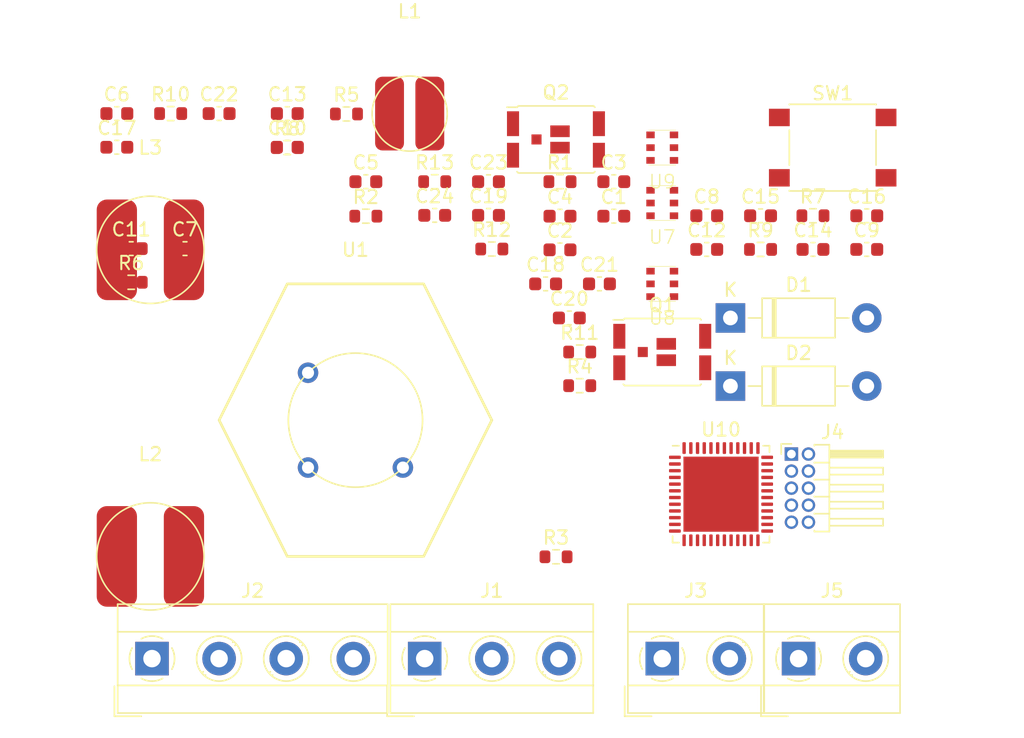
<source format=kicad_pcb>
(kicad_pcb (version 20211014) (generator pcbnew)
  (layers (0 "F.Cu" signal) (31 "B.Cu" signal) (34 "B.Paste" user) (35 "F.Paste" user) (36 "B.SilkS" user "B.Silkscreen") (37 "F.SilkS" user "F.Silkscreen") (38 "B.Mask" user) (39 "F.Mask" user) (44 "Edge.Cuts" user))
  (net 0 "")
  (net 1 "GND12V")
  (net 2 "Net-(C5-Pad2)")
  (net 3 "+5V")
  (net 4 "temper")
  (net 5 "I2C_1_SDA")
  (net 6 "I2C_1_CLK")
  (net 7 "+BATT")
  (net 8 "+3.3V")
  (net 9 "SWDIO")
  (net 10 "SWDLK")
  (net 11 "TDO")
  (net 13 "TDI")
  (net 15 "RST")
  (net 16 "Net-(C6-Pad1)")
  (net 17 "Net-(C10-Pad1)")
  (net 18 "+12V")
  (net 19 "Net-(C14-Pad1)")
  (net 20 "peri_power_1")
  (net 21 "peri_power_2")
  (net 22 "Net-(C6-Pad2)")
  (net 23 "Net-(R4-Pad2)")
  (net 24 "Net-(C10-Pad2)")
  (net 25 "Net-(R6-Pad2)")
  (net 26 "Net-(C14-Pad2)")
  (net 27 "Net-(R10-Pad1)")
  (net 41 "pres")
  (net 42 "acoustic")
  (net 45 "3.3V_GND")
  (net 55 "ch4_B")
  (net 56 "Net-(C18-Pad2)")
  (net 57 "ch4_A")
  (net 58 "Net-(BZ1-Pad1)")
  (net 59 "Net-(R12-Pad2)")
  (net 60 "Net-(U1-Pad1)")
  (net 61 "Net-(U1-Pad3)")
  (footprint "TerminalBlock_MetzConnect:TerminalBlock_MetzConnect_Type055_RT01502HDWU_1x02_P5.00mm_Horizontal" (layer "F.Cu") (at 152.4 114.3)
    (fp_text reference "J3" (at 2.5 -5.06) (layer "F.SilkS"))
    (fp_text value "Screw_Terminal_01x02")
    (pad "1" thru_hole rect (at 0 0) (size 2.5 2.5) (drill 1.3) (layers *.Cu *.Mask) (net 7 "+BATT"))
    (pad "2" thru_hole circle (at 5 0) (size 2.5 2.5) (drill 1.3) (layers *.Cu *.Mask) (net 1 "GND12V"))
  )
  (footprint "Capacitor_SMD:C_0603_1608Metric" (layer "F.Cu") (at 116.84 83.73)
    (fp_text reference "C7" (at 0 -1.43) (layer "F.SilkS"))
    (fp_text value "10uF 4.5 mR")
    (pad "1" smd roundrect (at -0.775 0) (size 0.9 0.95) (layers "F.Cu" "F.Paste" "F.Mask") (net 8 "+3.3V"))
    (pad "2" smd roundrect (at 0.775 0) (size 0.9 0.95) (layers "F.Cu" "F.Paste" "F.Mask") (net 1 "GND12V"))
  )
  (footprint "Diode_THT:D_DO-41_SOD81_P10.16mm_Horizontal" (layer "F.Cu") (at 157.48 88.9)
    (fp_text reference "D1" (at 5.08 -2.47) (layer "F.SilkS"))
    (fp_text value "1N4004")
    (fp_text user "K" (at 0 -2.1) (layer "F.SilkS"))
    (pad "1" thru_hole rect (at 0 0) (size 2.2 2.2) (drill 1.1) (layers *.Cu *.Mask) (net 1 "GND12V"))
    (pad "2" thru_hole oval (at 10.16 0) (size 2.2 2.2) (drill 1.1) (layers *.Cu *.Mask) (net 2 "Net-(C5-Pad2)"))
  )
  (footprint "Capacitor_SMD:C_0603_1608Metric" (layer "F.Cu") (at 145.475 88.9)
    (fp_text reference "C20" (at 0 -1.43) (layer "F.SilkS"))
    (fp_text value "100nF")
    (pad "1" smd roundrect (at -0.775 0) (size 0.9 0.95) (layers "F.Cu" "F.Paste" "F.Mask") (net 8 "+3.3V"))
    (pad "2" smd roundrect (at 0.775 0) (size 0.9 0.95) (layers "F.Cu" "F.Paste" "F.Mask") (net 45 "3.3V_GND"))
  )
  (footprint "Capacitor_SMD:C_0603_1608Metric" (layer "F.Cu") (at 159.725 81.28)
    (fp_text reference "C15" (at 0 -1.43) (layer "F.SilkS"))
    (fp_text value "10uF 2.2mR")
    (pad "1" smd roundrect (at -0.775 0) (size 0.9 0.95) (layers "F.Cu" "F.Paste" "F.Mask") (net 3 "+5V"))
    (pad "2" smd roundrect (at 0.775 0) (size 0.9 0.95) (layers "F.Cu" "F.Paste" "F.Mask") (net 1 "GND12V"))
  )
  (footprint "Capacitor_SMD:C_0603_1608Metric" (layer "F.Cu") (at 111.76 76.17)
    (fp_text reference "C17" (at 0 -1.43) (layer "F.SilkS"))
    (fp_text value "100nF 20mR")
    (pad "1" smd roundrect (at -0.775 0) (size 0.9 0.95) (layers "F.Cu" "F.Paste" "F.Mask") (net 7 "+BATT"))
    (pad "2" smd roundrect (at 0.775 0) (size 0.9 0.95) (layers "F.Cu" "F.Paste" "F.Mask") (net 1 "GND12V"))
  )
  (footprint "Connector_PinHeader_1.27mm:PinHeader_2x05_P1.27mm_Horizontal" (layer "F.Cu") (at 162.025 99.05)
    (fp_text reference "J4" (at 3.0675 -1.635) (layer "F.SilkS"))
    (fp_text value "Conn_ARM_JTAG_SWD_10")
    (pad "1" thru_hole rect (at 0 0) (size 1 1) (drill 0.65) (layers *.Cu *.Mask) (net 8 "+3.3V"))
    (pad "2" thru_hole oval (at 1.27 0) (size 1 1) (drill 0.65) (layers *.Cu *.Mask) (net 9 "SWDIO"))
    (pad "3" thru_hole oval (at 0 1.27) (size 1 1) (drill 0.65) (layers *.Cu *.Mask) (net 1 "GND12V"))
    (pad "4" thru_hole oval (at 1.27 1.27) (size 1 1) (drill 0.65) (layers *.Cu *.Mask) (net 10 "SWDLK"))
    (pad "5" thru_hole oval (at 0 2.54) (size 1 1) (drill 0.65) (layers *.Cu *.Mask) (net 1 "GND12V"))
    (pad "6" thru_hole oval (at 1.27 2.54) (size 1 1) (drill 0.65) (layers *.Cu *.Mask) (net 11 "TDO"))
    (pad "7" thru_hole oval (at 0 3.81) (size 1 1) (drill 0.65) (layers *.Cu *.Mask))
    (pad "8" thru_hole oval (at 1.27 3.81) (size 1 1) (drill 0.65) (layers *.Cu *.Mask) (net 13 "TDI"))
    (pad "9" thru_hole oval (at 0 5.08) (size 1 1) (drill 0.65) (layers *.Cu *.Mask))
    (pad "10" thru_hole oval (at 1.27 5.08) (size 1 1) (drill 0.65) (layers *.Cu *.Mask) (net 15 "RST"))
  )
  (footprint "Capacitor_SMD:C_0603_1608Metric" (layer "F.Cu") (at 139.455 78.74)
    (fp_text reference "C23" (at 0 -1.43) (layer "F.SilkS"))
    (fp_text value "100nF")
    (pad "1" smd roundrect (at -0.775 0) (size 0.9 0.95) (layers "F.Cu" "F.Paste" "F.Mask") (net 8 "+3.3V"))
    (pad "2" smd roundrect (at 0.775 0) (size 0.9 0.95) (layers "F.Cu" "F.Paste" "F.Mask") (net 1 "GND12V"))
  )
  (footprint "Resistor_SMD:R_0603_1608Metric" (layer "F.Cu") (at 128.87 73.69)
    (fp_text reference "R5" (at 0 -1.43) (layer "F.SilkS"))
    (fp_text value "22kR")
    (pad "1" smd roundrect (at -0.825 0) (size 0.8 0.95) (layers "F.Cu" "F.Paste" "F.Mask") (net 23 "Net-(R4-Pad2)"))
    (pad "2" smd roundrect (at 0.825 0) (size 0.8 0.95) (layers "F.Cu" "F.Paste" "F.Mask") (net 1 "GND12V"))
  )
  (footprint "Resistor_SMD:R_0603_1608Metric" (layer "F.Cu") (at 144.78 78.74)
    (fp_text reference "R1" (at 0 -1.43) (layer "F.SilkS"))
    (fp_text value "4.7KR")
    (pad "1" smd roundrect (at -0.825 0) (size 0.8 0.95) (layers "F.Cu" "F.Paste" "F.Mask") (net 3 "+5V"))
    (pad "2" smd roundrect (at 0.825 0) (size 0.8 0.95) (layers "F.Cu" "F.Paste" "F.Mask") (net 4 "temper"))
  )
  (footprint "m12:m12con" (layer "F.Cu") (at 129.54 96.52)
    (fp_text reference "U1" (at 0 -12.7 unlocked) (layer "F.SilkS"))
    (fp_text value "4002B")
    (pad "1" thru_hole circle (at -3.535 -3.535) (size 1.524 1.524) (drill 0.9) (layers *.Cu *.Mask) (net 60 "Net-(U1-Pad1)"))
    (pad "2" thru_hole circle (at -3.535 3.535) (size 1.524 1.524) (drill 0.9) (layers *.Cu *.Mask) (net 41 "pres"))
    (pad "3" thru_hole circle (at 3.535 3.535) (size 1.524 1.524) (drill 0.9) (layers *.Cu *.Mask) (net 61 "Net-(U1-Pad3)"))
  )
  (footprint "Resistor_SMD:R_0603_1608Metric" (layer "F.Cu") (at 115.77 73.66)
    (fp_text reference "R10" (at 0 -1.43) (layer "F.SilkS"))
    (fp_text value "22kR")
    (pad "1" smd roundrect (at -0.825 0) (size 0.8 0.95) (layers "F.Cu" "F.Paste" "F.Mask") (net 27 "Net-(R10-Pad1)"))
    (pad "2" smd roundrect (at 0.825 0) (size 0.8 0.95) (layers "F.Cu" "F.Paste" "F.Mask") (net 1 "GND12V"))
  )
  (footprint "Resistor_SMD:R_0603_1608Metric" (layer "F.Cu") (at 146.25 91.44)
    (fp_text reference "R11" (at 0 -1.43) (layer "F.SilkS"))
    (fp_text value "10kR")
    (pad "1" smd roundrect (at -0.825 0) (size 0.8 0.95) (layers "F.Cu" "F.Paste" "F.Mask") (net 1 "GND12V"))
    (pad "2" smd roundrect (at 0.825 0) (size 0.8 0.95) (layers "F.Cu" "F.Paste" "F.Mask") (net 21 "peri_power_2"))
  )
  (footprint "Resistor_SMD:R_0603_1608Metric" (layer "F.Cu") (at 135.445 78.74)
    (fp_text reference "R13" (at 0 -1.43) (layer "F.SilkS"))
    (fp_text value "500kR")
    (pad "1" smd roundrect (at -0.825 0) (size 0.8 0.95) (layers "F.Cu" "F.Paste" "F.Mask") (net 59 "Net-(R12-Pad2)"))
    (pad "2" smd roundrect (at 0.825 0) (size 0.8 0.95) (layers "F.Cu" "F.Paste" "F.Mask") (net 1 "GND12V"))
  )
  (footprint "Capacitor_SMD:C_0603_1608Metric" (layer "F.Cu") (at 143.71 86.36)
    (fp_text reference "C18" (at 0 -1.43) (layer "F.SilkS"))
    (fp_text value "100nF")
    (pad "1" smd roundrect (at -0.775 0) (size 0.9 0.95) (layers "F.Cu" "F.Paste" "F.Mask") (net 1 "GND12V"))
    (pad "2" smd roundrect (at 0.775 0) (size 0.9 0.95) (layers "F.Cu" "F.Paste" "F.Mask") (net 56 "Net-(C18-Pad2)"))
  )
  (footprint "Capacitor_SMD:C_0603_1608Metric" (layer "F.Cu") (at 167.64 83.79)
    (fp_text reference "C9" (at 0 -1.43) (layer "F.SilkS"))
    (fp_text value "100nF 3mR")
    (pad "1" smd roundrect (at -0.775 0) (size 0.9 0.95) (layers "F.Cu" "F.Paste" "F.Mask") (net 7 "+BATT"))
    (pad "2" smd roundrect (at 0.775 0) (size 0.9 0.95) (layers "F.Cu" "F.Paste" "F.Mask") (net 1 "GND12V"))
  )
  (footprint "inductor:NPI75C150MTRF" (layer "F.Cu") (at 114.26 106.68)
    (fp_text reference "L2" (at 0 -7.62 unlocked) (layer "F.SilkS"))
    (fp_text value "15uH 90mR 1.6A")
    (pad "1" smd roundrect (at -2.5 0) (size 3 7.5) (layers "F.Cu" "F.Paste" "F.Mask") (net 17 "Net-(C10-Pad1)"))
    (pad "2" smd roundrect (at 2.5 0) (size 3 7.5) (layers "F.Cu" "F.Paste" "F.Mask") (net 18 "+12V"))
  )
  (footprint "Capacitor_SMD:C_0603_1608Metric" (layer "F.Cu") (at 144.78 81.31)
    (fp_text reference "C4" (at 0 -1.43) (layer "F.SilkS"))
    (fp_text value "100nF")
    (pad "1" smd roundrect (at -0.775 0) (size 0.9 0.95) (layers "F.Cu" "F.Paste" "F.Mask") (net 3 "+5V"))
    (pad "2" smd roundrect (at 0.775 0) (size 0.9 0.95) (layers "F.Cu" "F.Paste" "F.Mask") (net 1 "GND12V"))
  )
  (footprint "Capacitor_SMD:C_0603_1608Metric" (layer "F.Cu") (at 144.78 83.82)
    (fp_text reference "C2" (at 0 -1.43) (layer "F.SilkS"))
    (fp_text value "100nF")
    (pad "1" smd roundrect (at -0.775 0) (size 0.9 0.95) (layers "F.Cu" "F.Paste" "F.Mask") (net 18 "+12V"))
    (pad "2" smd roundrect (at 0.775 0) (size 0.9 0.95) (layers "F.Cu" "F.Paste" "F.Mask") (net 1 "GND12V"))
  )
  (footprint "Diode_THT:D_DO-41_SOD81_P10.16mm_Horizontal" (layer "F.Cu") (at 157.48 93.98)
    (fp_text reference "D2" (at 5.08 -2.47) (layer "F.SilkS"))
    (fp_text value "1N4004")
    (fp_text user "K" (at 0 -2.1) (layer "F.SilkS"))
    (pad "1" thru_hole rect (at 0 0) (size 2.2 2.2) (drill 1.1) (layers *.Cu *.Mask) (net 2 "Net-(C5-Pad2)"))
    (pad "2" thru_hole oval (at 10.16 0) (size 2.2 2.2) (drill 1.1) (layers *.Cu *.Mask) (net 1 "GND12V"))
  )
  (footprint "Capacitor_SMD:C_0603_1608Metric" (layer "F.Cu") (at 124.46 73.66)
    (fp_text reference "C13" (at 0 -1.43) (layer "F.SilkS"))
    (fp_text value "100nF 3mR")
    (pad "1" smd roundrect (at -0.775 0) (size 0.9 0.95) (layers "F.Cu" "F.Paste" "F.Mask") (net 7 "+BATT"))
    (pad "2" smd roundrect (at 0.775 0) (size 0.9 0.95) (layers "F.Cu" "F.Paste" "F.Mask") (net 1 "GND12V"))
  )
  (footprint "Button_Switch_SMD:SW_Push_1P1T_NO_6x6mm_H9.5mm" (layer "F.Cu") (at 165.1 76.2)
    (fp_text reference "SW1" (at 0 -4.05) (layer "F.SilkS"))
    (fp_text value "SW_Push")
    (pad "1" smd rect (at -3.975 -2.25) (size 1.55 1.3) (layers "F.Cu" "F.Paste" "F.Mask") (net 8 "+3.3V"))
    (pad "1" smd rect (at 3.975 -2.25) (size 1.55 1.3) (layers "F.Cu" "F.Paste" "F.Mask") (net 8 "+3.3V"))
    (pad "2" smd rect (at -3.975 2.25) (size 1.55 1.3) (layers "F.Cu" "F.Paste" "F.Mask") (net 59 "Net-(R12-Pad2)"))
    (pad "2" smd rect (at 3.975 2.25) (size 1.55 1.3) (layers "F.Cu" "F.Paste" "F.Mask") (net 59 "Net-(R12-Pad2)"))
  )
  (footprint "Capacitor_SMD:C_0603_1608Metric" (layer "F.Cu") (at 124.46 76.17)
    (fp_text reference "C10" (at 0 -1.43) (layer "F.SilkS"))
    (fp_text value "100nF 1mR")
    (pad "1" smd roundrect (at -0.775 0) (size 0.9 0.95) (layers "F.Cu" "F.Paste" "F.Mask") (net 17 "Net-(C10-Pad1)"))
    (pad "2" smd roundrect (at 0.775 0) (size 0.9 0.95) (layers "F.Cu" "F.Paste" "F.Mask") (net 24 "Net-(C10-Pad2)"))
  )
  (footprint "Capacitor_SMD:C_0603_1608Metric" (layer "F.Cu") (at 147.72 86.36)
    (fp_text reference "C21" (at 0 -1.43) (layer "F.SilkS"))
    (fp_text value "100nF")
    (pad "1" smd roundrect (at -0.775 0) (size 0.9 0.95) (layers "F.Cu" "F.Paste" "F.Mask") (net 8 "+3.3V"))
    (pad "2" smd roundrect (at 0.775 0) (size 0.9 0.95) (layers "F.Cu" "F.Paste" "F.Mask") (net 45 "3.3V_GND"))
  )
  (footprint "Resistor_SMD:R_0603_1608Metric" (layer "F.Cu") (at 159.725 83.79)
    (fp_text reference "R9" (at 0 -1.43) (layer "F.SilkS"))
    (fp_text value "115kR")
    (pad "1" smd roundrect (at -0.825 0) (size 0.8 0.95) (layers "F.Cu" "F.Paste" "F.Mask") (net 3 "+5V"))
    (pad "2" smd roundrect (at 0.825 0) (size 0.8 0.95) (layers "F.Cu" "F.Paste" "F.Mask") (net 27 "Net-(R10-Pad1)"))
  )
  (footprint "Capacitor_SMD:C_0603_1608Metric" (layer "F.Cu") (at 111.76 73.66)
    (fp_text reference "C6" (at 0 -1.43) (layer "F.SilkS"))
    (fp_text value "100nF 1mR")
    (pad "1" smd roundrect (at -0.775 0) (size 0.9 0.95) (layers "F.Cu" "F.Paste" "F.Mask") (net 16 "Net-(C6-Pad1)"))
    (pad "2" smd roundrect (at 0.775 0) (size 0.9 0.95) (layers "F.Cu" "F.Paste" "F.Mask") (net 22 "Net-(C6-Pad2)"))
  )
  (footprint "LMR:lmr" (layer "F.Cu") (at 152.4 80.33)
    (fp_text reference "U7" (at 0 2.54 unlocked) (layer "F.SilkS") (effects (font (thickness 0.1))))
    (fp_text value "LMR54406DBVR")
    (pad "1" smd rect (at -0.875 -0.95) (size 0.625 0.5) (layers "F.Cu" "F.Paste" "F.Mask") (net 22 "Net-(C6-Pad2)"))
    (pad "2" smd rect (at -0.875 0) (size 0.625 0.5) (layers "F.Cu" "F.Paste" "F.Mask") (net 7 "+BATT"))
    (pad "3" smd rect (at -0.875 0.95) (size 0.625 0.5) (layers "F.Cu" "F.Paste" "F.Mask") (net 7 "+BATT"))
    (pad "4" smd rect (at 0.875 0.95) (size 0.625 0.5) (layers "F.Cu" "F.Paste" "F.Mask") (net 16 "Net-(C6-Pad1)"))
    (pad "5" smd rect (at 0.875 0) (size 0.625 0.5) (layers "F.Cu" "F.Paste" "F.Mask") (net 23 "Net-(R4-Pad2)"))
    (pad "6" smd rect (at 0.875 -0.95) (size 0.625 0.5) (layers "F.Cu" "F.Paste" "F.Mask") (net 1 "GND12V"))
  )
  (footprint "inductor:NPI54C120MTRF" (layer "F.Cu") (at 133.58 73.66)
    (fp_text reference "L1" (at 0 -7.62 unlocked) (layer "F.SilkS"))
    (fp_text value "12uH 100mR 1.6A")
    (pad "1" smd roundrect (at -1.5 0) (size 2.15 5.5) (layers "F.Cu" "F.Paste" "F.Mask") (net 16 "Net-(C6-Pad1)"))
    (pad "2" smd roundrect (at 1.5 0) (size 2.15 5.5) (layers "F.Cu" "F.Paste" "F.Mask") (net 8 "+3.3V"))
  )
  (footprint "Resistor_SMD:R_0603_1608Metric" (layer "F.Cu") (at 112.83 86.24)
    (fp_text reference "R6" (at 0 -1.43) (layer "F.SilkS"))
    (fp_text value "309kR")
    (pad "1" smd roundrect (at -0.825 0) (size 0.8 0.95) (layers "F.Cu" "F.Paste" "F.Mask") (net 18 "+12V"))
    (pad "2" smd roundrect (at 0.825 0) (size 0.8 0.95) (layers "F.Cu" "F.Paste" "F.Mask") (net 25 "Net-(R6-Pad2)"))
  )
  (footprint "LMR:lmr" (layer "F.Cu") (at 152.4 76.2)
    (fp_text reference "U9" (at 0 2.54 unlocked) (layer "F.SilkS") (effects (font (thickness 0.1))))
    (fp_text value "LMR54406DBVR")
    (pad "1" smd rect (at -0.875 -0.95) (size 0.625 0.5) (layers "F.Cu" "F.Paste" "F.Mask") (net 26 "Net-(C14-Pad2)"))
    (pad "2" smd rect (at -0.875 0) (size 0.625 0.5) (layers "F.Cu" "F.Paste" "F.Mask") (net 7 "+BATT"))
    (pad "3" smd rect (at -0.875 0.95) (size 0.625 0.5) (layers "F.Cu" "F.Paste" "F.Mask") (net 7 "+BATT"))
    (pad "4" smd rect (at 0.875 0.95) (size 0.625 0.5) (layers "F.Cu" "F.Paste" "F.Mask") (net 19 "Net-(C14-Pad1)"))
    (pad "5" smd rect (at 0.875 0) (size 0.625 0.5) (layers "F.Cu" "F.Paste" "F.Mask") (net 27 "Net-(R10-Pad1)"))
    (pad "6" smd rect (at 0.875 -0.95) (size 0.625 0.5) (layers "F.Cu" "F.Paste" "F.Mask") (net 1 "GND12V"))
  )
  (footprint "Resistor_SMD:R_0603_1608Metric" (layer "F.Cu") (at 163.63 81.28)
    (fp_text reference "R7" (at 0 -1.43) (layer "F.SilkS"))
    (fp_text value "22kR")
    (pad "1" smd roundrect (at -0.825 0) (size 0.8 0.95) (layers "F.Cu" "F.Paste" "F.Mask") (net 25 "Net-(R6-Pad2)"))
    (pad "2" smd roundrect (at 0.825 0) (size 0.8 0.95) (layers "F.Cu" "F.Paste" "F.Mask") (net 1 "GND12V"))
  )
  (footprint "Capacitor_SMD:C_0603_1608Metric" (layer "F.Cu") (at 148.79 81.31)
    (fp_text reference "C1" (at 0 -1.43) (layer "F.SilkS"))
    (fp_text value "100nF")
    (pad "1" smd roundrect (at -0.775 0) (size 0.9 0.95) (layers "F.Cu" "F.Paste" "F.Mask") (net 3 "+5V"))
    (pad "2" smd roundrect (at 0.775 0) (size 0.9 0.95) (layers "F.Cu" "F.Paste" "F.Mask") (net 1 "GND12V"))
  )
  (footprint "Package_DFN_QFN:QFN-48-1EP_7x7mm_P0.5mm_EP5.6x5.6mm" (layer "F.Cu") (at 156.78 102.04)
    (fp_text reference "U10" (at 0 -4.82) (layer "F.SilkS"))
    (fp_text value "STM32F103CBUx")
    (pad "1" smd roundrect (at -3.4375 -2.75) (size 0.875 0.25) (layers "F.Cu" "F.Paste" "F.Mask") (net 8 "+3.3V"))
    (pad "2" smd roundrect (at -3.4375 -2.25) (size 0.875 0.25) (layers "F.Cu" "F.Paste" "F.Mask"))
    (pad "3" smd roundrect (at -3.4375 -1.75) (size 0.875 0.25) (layers "F.Cu" "F.Paste" "F.Mask"))
    (pad "4" smd roundrect (at -3.4375 -1.25) (size 0.875 0.25) (layers "F.Cu" "F.Paste" "F.Mask"))
    (pad "5" smd roundrect (at -3.4375 -0.75) (size 0.875 0.25) (layers "F.Cu" "F.Paste" "F.Mask"))
    (pad "6" smd roundrect (at -3.4375 -0.25) (size 0.875 0.25) (layers "F.Cu" "F.Paste" "F.Mask"))
    (pad "7" smd roundrect (at -3.4375 0.25) (size 0.875 0.25) (layers "F.Cu" "F.Paste" "F.Mask") (net 15 "RST"))
    (pad "8" smd roundrect (at -3.4375 0.75) (size 0.875 0.25) (layers "F.Cu" "F.Paste" "F.Mask") (net 1 "GND12V"))
    (pad "9" smd roundrect (at -3.4375 1.25) (size 0.875 0.25) (layers "F.Cu" "F.Paste" "F.Mask") (net 8 "+3.3V"))
    (pad "10" smd roundrect (at -3.4375 1.75) (size 0.875 0.25) (layers "F.Cu" "F.Paste" "F.Mask"))
    (pad "11" smd roundrect (at -3.4375 2.25) (size 0.875 0.25) (layers "F.Cu" "F.Paste" "F.Mask"))
    (pad "12" smd roundrect (at -3.4375 2.75) (size 0.875 0.25) (layers "F.Cu" "F.Paste" "F.Mask"))
    (pad "13" smd roundrect (at -2.75 3.4375) (size 0.25 0.875) (layers "F.Cu" "F.Paste" "F.Mask"))
    (pad "14" smd roundrect (at -2.25 3.4375) (size 0.25 0.875) (layers "F.Cu" "F.Paste" "F.Mask"))
    (pad "15" smd roundrect (at -1.75 3.4375) (size 0.25 0.875) (layers "F.Cu" "F.Paste" "F.Mask"))
    (pad "16" smd roundrect (at -1.25 3.4375) (size 0.25 0.875) (layers "F.Cu" "F.Paste" "F.Mask"))
    (pad "17" smd roundrect (at -0.75 3.4375) (size 0.25 0.875) (layers "F.Cu" "F.Paste" "F.Mask"))
    (pad "18" smd roundrect (at -0.25 3.4375) (size 0.25 0.875) (layers "F.Cu" "F.Paste" "F.Mask") (net 4 "temper"))
    (pad "19" smd roundrect (at 0.25 3.4375) (size 0.25 0.875) (layers "F.Cu" "F.Paste" "F.Mask") (net 41 "pres"))
    (pad "20" smd roundrect (at 0.75 3.4375) (size 0.25 0.875) (layers "F.Cu" "F.Paste" "F.Mask") (net 42 "acoustic"))
    (pad "21" smd roundrect (at 1.25 3.4375) (size 0.25 0.875) (layers "F.Cu" "F.Paste" "F.Mask"))
    (pad "22" smd roundrect (at 1.75 3.4375) (size 0.25 0.875) (layers "F.Cu" "F.Paste" "F.Mask"))
    (pad "23" smd roundrect (at 2.25 3.4375) (size 0.25 0.875) (layers "F.Cu" "F.Paste" "F.Mask") (net 45 "3.3V_GND"))
    (pad "24" smd roundrect (at 2.75 3.4375) (size 0.25 0.875) (layers "F.Cu" "F.Paste" "F.Mask") (net 8 "+3.3V"))
    (pad "25" smd roundrect (at 3.4375 2.75) (size 0.875 0.25) (layers "F.Cu" "F.Paste" "F.Mask"))
    (pad "26" smd roundrect (at 3.4375 2.25) (size 0.875 0.25) (layers "F.Cu" "F.Paste" "F.Mask"))
    (pad "27" smd roundrect (at 3.4375 1.75) (size 0.875 0.25) (layers "F.Cu" "F.Paste" "F.Mask"))
    (pad "28" smd roundrect (at 3.4375 1.25) (size 0.875 0.25) (layers "F.Cu" "F.Paste" "F.Mask"))
    (pad "29" smd roundrect (at 3.4375 0.75) (size 0.875 0.25) (layers "F.Cu" "F.Paste" "F.Mask"))
    (pad "30" smd roundrect (at 3.4375 0.25) (size 0.875 0.25) (layers "F.Cu" "F.Paste" "F.Mask"))
    (pad "31" smd roundrect (at 3.4375 -0.25) (size 0.875 0.25) (layers "F.Cu" "F.Paste" "F.Mask"))
    (pad "32" smd roundrect (at 3.4375 -0.75) (size 0.875 0.25) (layers "F.Cu" "F.Paste" "F.Mask"))
    (pad "33" smd roundrect (at 3.4375 -1.25) (size 0.875 0.25) (layers "F.Cu" "F.Paste" "F.Mask"))
    (pad "34" smd roundrect (at 3.4375 -1.75) (size 0.875 0.25) (layers "F.Cu" "F.Paste" "F.Mask") (net 9 "SWDIO"))
    (pad "35" smd roundrect (at 3.4375 -2.25) (size 0.875 0.25) (layers "F.Cu" "F.Paste" "F.Mask") (net 45 "3.3V_GND"))
    (pad "36" smd roundrect (at 3.4375 -2.75) (size 0.875 0.25) (layers "F.Cu" "F.Paste" "F.Mask") (net 8 "+3.3V"))
    (pad "37" smd roundrect (at 2.75 -3.4375) (size 0.25 0.875) (layers "F.Cu" "F.Paste" "F.Mask") (net 10 "SWDLK"))
    (pad "38" smd roundrect (at 2.25 -3.4375) (size 0.25 0.875) (layers "F.Cu" "F.Paste" "F.Mask") (net 13 "TDI"))
    (pad "39" smd roundrect (at 1.75 -3.4375) (size 0.25 0.875) (layers "F.Cu" "F.Paste" "F.Mask") (net 11 "TDO"))
    (pad "40" smd roundrect (at 1.25 -3.4375) (size 0.25 0.875) (layers "F.Cu" "F.Paste" "F.Mask") (net 55 "ch4_B"))
    (pad "41" smd roundrect (at 0.75 -3.4375) (size 0.25 0.875) (layers "F.Cu" "F.Paste" "F.Mask") (net 20 "peri_power_1"))
    (pad "42" smd roundrect (at 0.25 -3.4375) (size 0.25 0.875) (layers "F.Cu" "F.Paste" "F.Mask") (net 6 "I2C_1_CLK"))
    (pad "43" smd roundrect (at -0.25 -3.4375) (size 0.25 0.875) (layers "F.Cu" "F.Paste" "F.Mask") (net 5 "I2C_1_SDA"))
    (pad "44" smd roundrect (at -0.75 -3.4375) (size 0.25 0.875) (layers "F.Cu" "F.Paste" "F.Mask") (net 56 "Net-(C18-Pad2)"))
    (pad "45" smd roundrect (at -1.25 -3.4375) (size 0.25 0.875) (layers "F.Cu" "F.Paste" "F.Mask") (net 21 "peri_power_2"))
    (pad "46" smd roundrect (at -1.75 -3.4375) (size 0.25 0.875) (layers "F.Cu" "F.Paste" "F.Mask") (net 57 "ch4_A"))
    (pad "47" smd roundrect (at -2.25 -3.4375) (size 0.25 0.875) (layers "F.Cu" "F.Paste" "F.Mask") (net 45 "3.3V_GND"))
    (pad "48" smd roundrect (at -2.75 -3.4375) (size 0.25 0.875) (layers "F.Cu" "F.Paste" "F.Mask") (net 8 "+3.3V"))
    (pad "49" smd rect (at 0 0) (size 5.6 5.6) (layers "F.Cu" "F.Mask") (net 45 "3.3V_GND"))
  )
  (footprint "TerminalBlock_MetzConnect:TerminalBlock_MetzConnect_Type055_RT01503HDWU_1x03_P5.00mm_Horizontal" (layer "F.Cu") (at 134.7 114.3)
    (fp_text reference "J1" (at 5 -5.06) (layer "F.SilkS"))
    (fp_text value "Screw_Terminal_01x03")
    (pad "1" thru_hole rect (at 0 0) (size 2.5 2.5) (drill 1.3) (layers *.Cu *.Mask) (net 3 "+5V"))
    (pad "2" thru_hole circle (at 5 0) (size 2.5 2.5) (drill 1.3) (layers *.Cu *.Mask) (net 1 "GND12V"))
    (pad "3" thru_hole circle (at 10 0) (size 2.5 2.5) (drill 1.3) (layers *.Cu *.Mask) (net 4 "temper"))
  )
  (footprint "Capacitor_SMD:C_0603_1608Metric" (layer "F.Cu") (at 148.79 78.74)
    (fp_text reference "C3" (at 0 -1.43) (layer "F.SilkS"))
    (fp_text value "100nF")
    (pad "1" smd roundrect (at -0.775 0) (size 0.9 0.95) (layers "F.Cu" "F.Paste" "F.Mask") (net 18 "+12V"))
    (pad "2" smd roundrect (at 0.775 0) (size 0.9 0.95) (layers "F.Cu" "F.Paste" "F.Mask") (net 1 "GND12V"))
  )
  (footprint "LMR:lmr" (layer "F.Cu") (at 152.4 86.36)
    (fp_text reference "U8" (at 0 2.54 unlocked) (layer "F.SilkS") (effects (font (thickness 0.1))))
    (fp_text value "LMR54406DBVR")
    (pad "1" smd rect (at -0.875 -0.95) (size 0.625 0.5) (layers "F.Cu" "F.Paste" "F.Mask") (net 24 "Net-(C10-Pad2)"))
    (pad "2" smd rect (at -0.875 0) (size 0.625 0.5) (layers "F.Cu" "F.Paste" "F.Mask") (net 7 "+BATT"))
    (pad "3" smd rect (at -0.875 0.95) (size 0.625 0.5) (layers "F.Cu" "F.Paste" "F.Mask") (net 7 "+BATT"))
    (pad "4" smd rect (at 0.875 0.95) (size 0.625 0.5) (layers "F.Cu" "F.Paste" "F.Mask") (net 17 "Net-(C10-Pad1)"))
    (pad "5" smd rect (at 0.875 0) (size 0.625 0.5) (layers "F.Cu" "F.Paste" "F.Mask") (net 25 "Net-(R6-Pad2)"))
    (pad "6" smd rect (at 0.875 -0.95) (size 0.625 0.5) (layers "F.Cu" "F.Paste" "F.Mask") (net 1 "GND12V"))
  )
  (footprint "inductor:NPI75C150MTRF" (layer "F.Cu") (at 114.26 83.82)
    (fp_text reference "L3" (at 0 -7.62 unlocked) (layer "F.SilkS"))
    (fp_text value "15uH 90mR 1.8A")
    (pad "1" smd roundrect (at -2.5 0) (size 3 7.5) (layers "F.Cu" "F.Paste" "F.Mask") (net 19 "Net-(C14-Pad1)"))
    (pad "2" smd roundrect (at 2.5 0) (size 3 7.5) (layers "F.Cu" "F.Paste" "F.Mask") (net 3 "+5V"))
  )
  (footprint "Resistor_SMD:R_0603_1608Metric" (layer "F.Cu") (at 139.7 83.76)
    (fp_text reference "R12" (at 0 -1.43) (layer "F.SilkS"))
    (fp_text value "10kR")
    (pad "1" smd roundrect (at -0.825 0) (size 0.8 0.95) (layers "F.Cu" "F.Paste" "F.Mask") (net 56 "Net-(C18-Pad2)"))
    (pad "2" smd roundrect (at 0.825 0) (size 0.8 0.95) (layers "F.Cu" "F.Paste" "F.Mask") (net 59 "Net-(R12-Pad2)"))
  )
  (footprint "Capacitor_SMD:C_0603_1608Metric" (layer "F.Cu") (at 167.64 81.28)
    (fp_text reference "C16" (at 0 -1.43) (layer "F.SilkS"))
    (fp_text value "10uF 4.5mR")
    (pad "1" smd roundrect (at -0.775 0) (size 0.9 0.95) (layers "F.Cu" "F.Paste" "F.Mask") (net 7 "+BATT"))
    (pad "2" smd roundrect (at 0.775 0) (size 0.9 0.95) (layers "F.Cu" "F.Paste" "F.Mask") (net 1 "GND12V"))
  )
  (footprint "Capacitor_SMD:C_0603_1608Metric" (layer "F.Cu") (at 119.38 73.66)
    (fp_text reference "C22" (at 0 -1.43) (layer "F.SilkS"))
    (fp_text value "100nF")
    (pad "1" smd roundrect (at -0.775 0) (size 0.9 0.95) (layers "F.Cu" "F.Paste" "F.Mask") (net 8 "+3.3V"))
    (pad "2" smd roundrect (at 0.775 0) (size 0.9 0.95) (layers "F.Cu" "F.Paste" "F.Mask") (net 45 "3.3V_GND"))
  )
  (footprint "Resistor_SMD:R_0603_1608Metric" (layer "F.Cu") (at 130.315 81.31)
    (fp_text reference "R2" (at 0 -1.43) (layer "F.SilkS"))
    (fp_text value "100R")
    (pad "1" smd roundrect (at -0.825 0) (size 0.8 0.95) (layers "F.Cu" "F.Paste" "F.Mask") (net 2 "Net-(C5-Pad2)"))
    (pad "2" smd roundrect (at 0.825 0) (size 0.8 0.95) (layers "F.Cu" "F.Paste" "F.Mask") (net 58 "Net-(BZ1-Pad1)"))
  )
  (footprint "Capacitor_SMD:C_0603_1608Metric" (layer "F.Cu") (at 163.63 83.79)
    (fp_text reference "C14" (at 0 -1.43) (layer "F.SilkS"))
    (fp_text value "100nF 1mR")
    (pad "1" smd roundrect (at -0.775 0) (size 0.9 0.95) (layers "F.Cu" "F.Paste" "F.Mask") (net 19 "Net-(C14-Pad1)"))
    (pad "2" smd roundrect (at 0.775 0) (size 0.9 0.95) (layers "F.Cu" "F.Paste" "F.Mask") (net 26 "Net-(C14-Pad2)"))
  )
  (footprint "Capacitor_SMD:C_0603_1608Metric" (layer "F.Cu") (at 112.83 83.73)
    (fp_text reference "C11" (at 0 -1.43) (layer "F.SilkS"))
    (fp_text value "10uF 4.5mR")
    (pad "1" smd roundrect (at -0.775 0) (size 0.9 0.95) (layers "F.Cu" "F.Paste" "F.Mask") (net 18 "+12V"))
    (pad "2" smd roundrect (at 0.775 0) (size 0.9 0.95) (layers "F.Cu" "F.Paste" "F.Mask") (net 1 "GND12V"))
  )
  (footprint "Capacitor_SMD:C_0603_1608Metric" (layer "F.Cu") (at 155.715 81.28)
    (fp_text reference "C8" (at 0 -1.43) (layer "F.SilkS"))
    (fp_text value "10uF 4.5mR")
    (pad "1" smd roundrect (at -0.775 0) (size 0.9 0.95) (layers "F.Cu" "F.Paste" "F.Mask") (net 7 "+BATT"))
    (pad "2" smd roundrect (at 0.775 0) (size 0.9 0.95) (layers "F.Cu" "F.Paste" "F.Mask") (net 1 "GND12V"))
  )
  (footprint "Capacitor_SMD:C_0603_1608Metric" (layer "F.Cu") (at 135.445 81.25)
    (fp_text reference "C24" (at 0 -1.43) (layer "F.SilkS"))
    (fp_text value "1uF")
    (pad "1" smd roundrect (at -0.775 0) (size 0.9 0.95) (layers "F.Cu" "F.Paste" "F.Mask") (net 8 "+3.3V"))
    (pad "2" smd roundrect (at 0.775 0) (size 0.9 0.95) (layers "F.Cu" "F.Paste" "F.Mask") (net 1 "GND12V"))
  )
  (footprint "TerminalBlock_MetzConnect:TerminalBlock_MetzConnect_Type055_RT01502HDWU_1x02_P5.00mm_Horizontal" (layer "F.Cu") (at 162.56 114.3)
    (fp_text reference "J5" (at 2.5 -5.06) (layer "F.SilkS"))
    (fp_text value "Screw_Terminal_01x02")
    (pad "1" thru_hole rect (at 0 0) (size 2.5 2.5) (drill 1.3) (layers *.Cu *.Mask) (net 58 "Net-(BZ1-Pad1)"))
    (pad "2" thru_hole circle (at 5 0) (size 2.5 2.5) (drill 1.3) (layers *.Cu *.Mask) (net 1 "GND12V"))
  )
  (footprint "Resistor_SMD:R_0603_1608Metric" (layer "F.Cu") (at 144.485 106.71)
    (fp_text reference "R3" (at 0 -1.43) (layer "F.SilkS"))
    (fp_text value "470k")
    (pad "1" smd roundrect (at -0.825 0) (size 0.8 0.95) (layers "F.Cu" "F.Paste" "F.Mask") (net 58 "Net-(BZ1-Pad1)"))
    (pad "2" smd roundrect (at 0.825 0) (size 0.8 0.95) (layers "F.Cu" "F.Paste" "F.Mask") (net 1 "GND12V"))
  )
  (footprint "Resistor_SMD:R_0603_1608Metric" (layer "F.Cu") (at 124.46 76.2)
    (fp_text reference "R8" (at 0 -1.43) (layer "F.SilkS"))
    (fp_text value "10kR")
    (pad "1" smd roundrect (at -0.825 0) (size 0.8 0.95) (layers "F.Cu" "F.Paste" "F.Mask") (net 1 "GND12V"))
    (pad "2" smd roundrect (at 0.825 0) (size 0.8 0.95) (layers "F.Cu" "F.Paste" "F.Mask") (net 20 "peri_power_1"))
  )
  (footprint "Resistor_SMD:R_0603_1608Metric" (layer "F.Cu") (at 146.25 93.95)
    (fp_text reference "R4" (at 0 -1.43) (layer "F.SilkS"))
    (fp_text value "70kR")
    (pad "1" smd roundrect (at -0.825 0) (size 0.8 0.95) (layers "F.Cu" "F.Paste" "F.Mask") (net 8 "+3.3V"))
    (pad "2" smd roundrect (at 0.825 0) (size 0.8 0.95) (layers "F.Cu" "F.Paste" "F.Mask") (net 23 "Net-(R4-Pad2)"))
  )
  (footprint "Capacitor_SMD:C_0603_1608Metric" (layer "F.Cu") (at 130.315 78.74)
    (fp_text reference "C5" (at 0 -1.43) (layer "F.SilkS"))
    (fp_text value "0.1uF")
    (pad "1" smd roundrect (at -0.775 0) (size 0.9 0.95) (layers "F.Cu" "F.Paste" "F.Mask") (net 42 "acoustic"))
    (pad "2" smd roundrect (at 0.775 0) (size 0.9 0.95) (layers "F.Cu" "F.Paste" "F.Mask") (net 2 "Net-(C5-Pad2)"))
  )
  (footprint "Capacitor_SMD:C_0603_1608Metric" (layer "F.Cu") (at 139.455 81.25)
    (fp_text reference "C19" (at 0 -1.43) (layer "F.SilkS"))
    (fp_text value "10uF")
    (pad "1" smd roundrect (at -0.775 0) (size 0.9 0.95) (layers "F.Cu" "F.Paste" "F.Mask") (net 8 "+3.3V"))
    (pad "2" smd roundrect (at 0.775 0) (size 0.9 0.95) (layers "F.Cu" "F.Paste" "F.Mask") (net 45 "3.3V_GND"))
  )
  (footprint "Package_DirectFET:DirectFET_MX" (layer "F.Cu") (at 152.4 91.44)
    (fp_text reference "Q1" (at 0 -3.5) (layer "F.SilkS"))
    (fp_text value "IRF6616")
    (pad "1" smd rect (at 3.2 -1.175) (size 0.9 1.85) (layers "F.Cu" "F.Paste" "F.Mask") (net 1 "GND12V"))
    (pad "1" smd rect (at -3.2 -1.175) (size 0.9 1.85) (layers "F.Cu" "F.Paste" "F.Mask") (net 1 "GND12V"))
    (pad "1" smd rect (at 3.2 1.175) (size 0.9 1.85) (layers "F.Cu" "F.Paste" "F.Mask") (net 1 "GND12V"))
    (pad "1" smd rect (at -3.2 1.175) (size 0.9 1.85) (layers "F.Cu" "F.Paste" "F.Mask") (net 1 "GND12V"))
    (pad "2" smd rect (at -1.45 0) (size 0.75 0.75) (layers "F.Cu" "F.Paste" "F.Mask") (net 20 "peri_power_1"))
    (pad "3" smd rect (at 0.3 -0.61) (size 1.45 0.87) (layers "F.Cu" "F.Paste" "F.Mask") (net 1 "GND12V"))
    (pad "3" smd rect (at 0.3 0.61) (size 1.45 0.87) (layers "F.Cu" "F.Paste" "F.Mask") (net 1 "GND12V"))
  )
  (footprint "TerminalBlock_MetzConnect:TerminalBlock_MetzConnect_Type055_RT01504HDWU_1x04_P5.00mm_Horizontal" (layer "F.Cu") (at 114.38 114.3)
    (fp_text reference "J2" (at 7.5 -5.06) (layer "F.SilkS"))
    (fp_text value "Screw_Terminal_01x04")
    (pad "1" thru_hole rect (at 0 0) (size 2.5 2.5) (drill 1.3) (layers *.Cu *.Mask) (net 3 "+5V"))
    (pad "2" thru_hole circle (at 5 0) (size 2.5 2.5) (drill 1.3) (layers *.Cu *.Mask) (net 1 "GND12V"))
    (pad "3" thru_hole circle (at 10 0) (size 2.5 2.5) (drill 1.3) (layers *.Cu *.Mask) (net 5 "I2C_1_SDA"))
    (pad "4" thru_hole circle (at 15 0) (size 2.5 2.5) (drill 1.3) (layers *.Cu *.Mask) (net 6 "I2C_1_CLK"))
  )
  (footprint "Package_DirectFET:DirectFET_MX" (layer "F.Cu") (at 144.48 75.59)
    (fp_text reference "Q2" (at 0 -3.5) (layer "F.SilkS"))
    (fp_text value "IRF6616")
    (pad "1" smd rect (at 3.2 -1.175) (size 0.9 1.85) (layers "F.Cu" "F.Paste" "F.Mask") (net 1 "GND12V"))
    (pad "1" smd rect (at -3.2 1.175) (size 0.9 1.85) (layers "F.Cu" "F.Paste" "F.Mask") (net 1 "GND12V"))
    (pad "1" smd rect (at -3.2 -1.175) (size 0.9 1.85) (layers "F.Cu" "F.Paste" "F.Mask") (net 1 "GND12V"))
    (pad "1" smd rect (at 3.2 1.175) (size 0.9 1.85) (layers "F.Cu" "F.Paste" "F.Mask") (net 1 "GND12V"))
    (pad "2" smd rect (at -1.45 0) (size 0.75 0.75) (layers "F.Cu" "F.Paste" "F.Mask") (net 21 "peri_power_2"))
    (pad "3" smd rect (at 0.3 -0.61) (size 1.45 0.87) (layers "F.Cu" "F.Paste" "F.Mask") (net 1 "GND12V"))
    (pad "3" smd rect (at 0.3 0.61) (size 1.45 0.87) (layers "F.Cu" "F.Paste" "F.Mask") (net 1 "GND12V"))
  )
  (footprint "Capacitor_SMD:C_0603_1608Metric" (layer "F.Cu") (at 155.715 83.79)
    (fp_text reference "C12" (at 0 -1.43) (layer "F.SilkS"))
    (fp_text value "10uF 20mR")
    (pad "1" smd roundrect (at -0.775 0) (size 0.9 0.95) (layers "F.Cu" "F.Paste" "F.Mask") (net 7 "+BATT"))
    (pad "2" smd roundrect (at 0.775 0) (size 0.9 0.95) (layers "F.Cu" "F.Paste" "F.Mask") (net 1 "GND12V"))
  )
)
</source>
